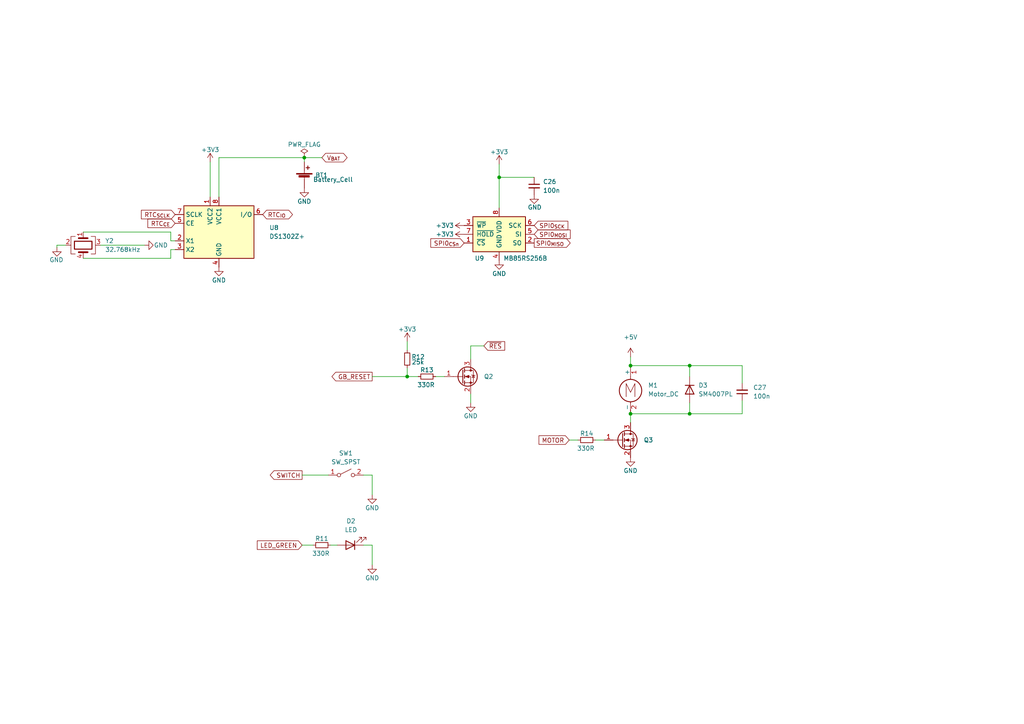
<source format=kicad_sch>
(kicad_sch (version 20210621) (generator eeschema)
  (paper "A4")
  (title_block (title "RP2040 Game Boy Cart") (date "2021-09-29") (rev "0.3a") (company "Mahyar Koshkouei") (comment 1 "All Rights Reserved") (comment 2 "Compatible with DMG, MGB, & CGB. Collectively referred to as \"GB\" here."))
  (lib_symbols
    (symbol "Device:Battery_Cell" (pin_numbers hide) (pin_names (offset 0) hide)
      (property "Reference" "BT" (at 2.54 2.54 0))
      (property "Value" "Battery_Cell" (at 2.54 0 0))
      (symbol "Battery_Cell_0_1"
        (rectangle (start -2.286 1.778) (end 2.286 1.524) (fill (type outline)))
        (rectangle (start -1.5748 1.1938) (end 1.4732 0.6858) (fill (type outline)))
        (polyline (pts (xy 0 0.762) (xy 0 0)))
        (polyline (pts (xy 0 1.778) (xy 0 2.54)))
        (polyline (pts (xy 0.508 3.429) (xy 1.524 3.429)) (stroke (width 0.254)))
        (polyline (pts (xy 1.016 3.937) (xy 1.016 2.921)) (stroke (width 0.254)))
      )
      (symbol "Battery_Cell_1_1"
        (pin passive line (at 0 5.08 270) (length 2.54) (name "+") (number "1"))
        (pin passive line (at 0 -2.54 90) (length 2.54) (name "-") (number "2"))
      )
    )
    (symbol "Device:C_Small" (pin_numbers hide) (pin_names (offset 0.254) hide)
      (property "Reference" "C" (at 0.254 1.778 0))
      (property "Value" "C_Small" (at 0.254 -2.032 0))
      (symbol "C_Small_0_1"
        (polyline (pts (xy -1.524 -0.508) (xy 1.524 -0.508)) (stroke (width 0.3302)))
        (polyline (pts (xy -1.524 0.508) (xy 1.524 0.508)) (stroke (width 0.3048)))
      )
      (symbol "C_Small_1_1"
        (pin passive line (at 0 2.54 270) (length 2.032) (name "~") (number "1"))
        (pin passive line (at 0 -2.54 90) (length 2.032) (name "~") (number "2"))
      )
    )
    (symbol "Device:Crystal_GND23" (pin_names (offset 1.016) hide)
      (property "Reference" "Y" (at 3.175 5.08 0))
      (property "Value" "Crystal_GND23" (at 3.175 3.175 0))
      (symbol "Crystal_GND23_0_1"
        (rectangle (start -1.143 2.54) (end 1.143 -2.54) (stroke (width 0.3048)))
        (polyline (pts (xy -2.54 0) (xy -2.032 0)))
        (polyline (pts (xy -2.032 -1.27) (xy -2.032 1.27)) (stroke (width 0.508)))
        (polyline (pts (xy 0 -3.81) (xy 0 -3.556)))
        (polyline (pts (xy 0 3.556) (xy 0 3.81)))
        (polyline (pts (xy 2.032 -1.27) (xy 2.032 1.27)) (stroke (width 0.508)))
        (polyline (pts (xy 2.032 0) (xy 2.54 0)))
        (polyline (pts (xy -2.54 -2.286) (xy -2.54 -3.556) (xy 2.54 -3.556) (xy 2.54 -2.286)))
        (polyline (pts (xy -2.54 2.286) (xy -2.54 3.556) (xy 2.54 3.556) (xy 2.54 2.286)))
      )
      (symbol "Crystal_GND23_1_1"
        (pin passive line (at -3.81 0 0) (length 1.27) (name "1") (number "1"))
        (pin passive line (at 0 5.08 270) (length 1.27) (name "2") (number "2"))
        (pin passive line (at 0 -5.08 90) (length 1.27) (name "3") (number "3"))
        (pin passive line (at 3.81 0 180) (length 1.27) (name "4") (number "4"))
      )
    )
    (symbol "Device:LED" (pin_numbers hide) (pin_names (offset 1.016) hide)
      (property "Reference" "D" (at 0 2.54 0))
      (property "Value" "LED" (at 0 -2.54 0))
      (symbol "LED_0_1"
        (polyline (pts (xy -1.27 -1.27) (xy -1.27 1.27)) (stroke (width 0.254)))
        (polyline (pts (xy -1.27 0) (xy 1.27 0)))
        (polyline (pts (xy 1.27 -1.27) (xy 1.27 1.27) (xy -1.27 0) (xy 1.27 -1.27)) (stroke (width 0.254)))
        (polyline (pts (xy -3.048 -0.762) (xy -4.572 -2.286) (xy -3.81 -2.286) (xy -4.572 -2.286) (xy -4.572 -1.524)))
        (polyline (pts (xy -1.778 -0.762) (xy -3.302 -2.286) (xy -2.54 -2.286) (xy -3.302 -2.286) (xy -3.302 -1.524)))
      )
      (symbol "LED_1_1"
        (pin passive line (at -3.81 0 0) (length 2.54) (name "K") (number "1"))
        (pin passive line (at 3.81 0 180) (length 2.54) (name "A") (number "2"))
      )
    )
    (symbol "Device:Q_NMOS_GSD" (pin_names (offset 0) hide)
      (property "Reference" "Q" (at 5.08 1.27 0))
      (property "Value" "Q_NMOS_GSD" (at 5.08 -1.27 0))
      (symbol "Q_NMOS_GSD_0_1"
        (circle (center 1.651 0) (radius 2.794) (stroke (width 0.254)))
        (circle (center 2.54 -1.778) (radius 0.254) (fill (type outline)))
        (circle (center 2.54 1.778) (radius 0.254) (fill (type outline)))
        (polyline (pts (xy 0.254 0) (xy -2.54 0)))
        (polyline (pts (xy 0.254 1.905) (xy 0.254 -1.905)) (stroke (width 0.254)))
        (polyline (pts (xy 0.762 -1.27) (xy 0.762 -2.286)) (stroke (width 0.254)))
        (polyline (pts (xy 0.762 0.508) (xy 0.762 -0.508)) (stroke (width 0.254)))
        (polyline (pts (xy 0.762 2.286) (xy 0.762 1.27)) (stroke (width 0.254)))
        (polyline (pts (xy 2.54 2.54) (xy 2.54 1.778)))
        (polyline (pts (xy 2.54 -2.54) (xy 2.54 0) (xy 0.762 0)))
        (polyline (pts (xy 0.762 -1.778) (xy 3.302 -1.778) (xy 3.302 1.778) (xy 0.762 1.778)))
        (polyline (pts (xy 2.794 0.508) (xy 2.921 0.381) (xy 3.683 0.381) (xy 3.81 0.254)))
        (polyline (pts (xy 3.302 0.381) (xy 2.921 -0.254) (xy 3.683 -0.254) (xy 3.302 0.381)))
        (polyline (pts (xy 1.016 0) (xy 2.032 0.381) (xy 2.032 -0.381) (xy 1.016 0)) (fill (type outline)))
      )
      (symbol "Q_NMOS_GSD_1_1"
        (pin input line (at -5.08 0 0) (length 2.54) (name "G") (number "1"))
        (pin passive line (at 2.54 -5.08 90) (length 2.54) (name "S") (number "2"))
        (pin passive line (at 2.54 5.08 270) (length 2.54) (name "D") (number "3"))
      )
    )
    (symbol "Device:R_Small" (pin_numbers hide) (pin_names (offset 0.254) hide)
      (property "Reference" "R" (at 0.762 0.508 0))
      (property "Value" "R_Small" (at 0.762 -1.016 0))
      (symbol "R_Small_0_1"
        (rectangle (start -0.762 1.778) (end 0.762 -1.778) (stroke (width 0.2032)))
      )
      (symbol "R_Small_1_1"
        (pin passive line (at 0 2.54 270) (length 0.762) (name "~") (number "1"))
        (pin passive line (at 0 -2.54 90) (length 0.762) (name "~") (number "2"))
      )
    )
    (symbol "Diode:1N4448W" (pin_numbers hide) (pin_names (offset 1.016) hide)
      (property "Reference" "D" (at 0 2.54 0))
      (property "Value" "1N4448W" (at 0 -2.54 0))
      (symbol "1N4448W_0_1"
        (polyline (pts (xy -1.27 1.27) (xy -1.27 -1.27)) (stroke (width 0.254)))
        (polyline (pts (xy 1.27 0) (xy -1.27 0)))
        (polyline (pts (xy 1.27 1.27) (xy 1.27 -1.27) (xy -1.27 0) (xy 1.27 1.27)) (stroke (width 0.254)))
      )
      (symbol "1N4448W_1_1"
        (pin passive line (at -3.81 0 0) (length 2.54) (name "K") (number "1"))
        (pin passive line (at 3.81 0 180) (length 2.54) (name "A") (number "2"))
      )
    )
    (symbol "Memory_NVRAM:MB85RS256B" (pin_names (offset 1.016))
      (property "Reference" "U" (at -7.62 6.35 0))
      (property "Value" "MB85RS256B" (at 1.27 6.35 0))
      (symbol "MB85RS256B_0_1"
        (rectangle (start -7.62 5.08) (end 7.62 -5.08) (stroke (width 0.254)) (fill (type background)))
      )
      (symbol "MB85RS256B_1_1"
        (pin input line (at -10.16 -2.54 0) (length 2.54) (name "~{CS}") (number "1"))
        (pin output line (at 10.16 -2.54 180) (length 2.54) (name "SO") (number "2"))
        (pin input line (at -10.16 2.54 0) (length 2.54) (name "~{WP}") (number "3"))
        (pin power_in line (at 0 -7.62 90) (length 2.54) (name "GND") (number "4"))
        (pin input line (at 10.16 0 180) (length 2.54) (name "SI") (number "5"))
        (pin input line (at 10.16 2.54 180) (length 2.54) (name "SCK") (number "6"))
        (pin input line (at -10.16 0 0) (length 2.54) (name "~{HOLD}") (number "7"))
        (pin power_in line (at 0 7.62 270) (length 2.54) (name "VDD") (number "8"))
      )
    )
    (symbol "Motor:Motor_DC" (pin_names (offset 0))
      (property "Reference" "M" (at 2.54 2.54 0))
      (property "Value" "Motor_DC" (at 2.54 -5.08 0))
      (symbol "Motor_DC_0_0"
        (polyline (pts (xy -1.27 -3.302) (xy -1.27 0.508) (xy 0 -2.032) (xy 1.27 0.508) (xy 1.27 -3.302)))
      )
      (symbol "Motor_DC_0_1"
        (circle (center 0 -1.524) (radius 3.2512) (stroke (width 0.254)))
        (polyline (pts (xy 0 -7.62) (xy 0 -7.112)))
        (polyline (pts (xy 0 -4.7752) (xy 0 -5.1816)))
        (polyline (pts (xy 0 1.7272) (xy 0 2.0828)))
        (polyline (pts (xy 0 2.032) (xy 0 2.54)))
      )
      (symbol "Motor_DC_1_1"
        (pin passive line (at 0 5.08 270) (length 2.54) (name "+") (number "1"))
        (pin passive line (at 0 -7.62 90) (length 2.54) (name "-") (number "2"))
      )
    )
    (symbol "SW_SPST_1" (pin_names (offset 0) hide)
      (property "Reference" "SW" (at 0 3.175 0))
      (property "Value" "SW_SPST_1" (at 0 -2.54 0))
      (symbol "SW_SPST_1_0_0"
        (circle (center -2.032 0) (radius 0.508))
        (circle (center 2.032 0) (radius 0.508))
        (polyline (pts (xy -1.524 0.254) (xy 1.524 1.778)))
      )
      (symbol "SW_SPST_1_1_1"
        (pin passive line (at -5.08 0 0) (length 2.54) (name "A") (number "1"))
        (pin passive line (at 5.08 0 180) (length 2.54) (name "B") (number "2"))
      )
    )
    (symbol "Timer_RTC:DS1302Z+"
      (property "Reference" "U" (at -8.89 8.89 0))
      (property "Value" "DS1302Z+" (at 6.35 8.89 0))
      (symbol "DS1302Z+_1_1"
        (rectangle (start -10.16 7.62) (end 10.16 -7.62) (stroke (width 0.254)) (fill (type background)))
        (pin power_in line (at -2.54 10.16 270) (length 2.54) (name "VCC2") (number "1"))
        (pin input line (at -12.7 -2.54 0) (length 2.54) (name "X1") (number "2"))
        (pin input line (at -12.7 -5.08 0) (length 2.54) (name "X2") (number "3"))
        (pin power_in line (at 0 -10.16 90) (length 2.54) (name "GND") (number "4"))
        (pin input line (at -12.7 2.54 0) (length 2.54) (name "CE") (number "5"))
        (pin bidirectional line (at 12.7 5.08 180) (length 2.54) (name "I/O") (number "6"))
        (pin input line (at -12.7 5.08 0) (length 2.54) (name "SCLK") (number "7"))
        (pin power_in line (at 0 10.16 270) (length 2.54) (name "VCC1") (number "8"))
      )
    )
    (symbol "power:+3V3" (power) (pin_names (offset 0))
      (property "Value" "+3V3" (at 0 3.556 0))
      (symbol "+3V3_0_1"
        (polyline (pts (xy -0.762 1.27) (xy 0 2.54)))
        (polyline (pts (xy 0 0) (xy 0 2.54)))
        (polyline (pts (xy 0 2.54) (xy 0.762 1.27)))
      )
      (symbol "+3V3_1_1"
        (pin power_in line (at 0 0 90) (length 0) hide (name "+3V3") (number "1"))
      )
    )
    (symbol "power:+5V" (power) (pin_names (offset 0))
      (property "Value" "+5V" (at 0 3.556 0))
      (symbol "+5V_0_1"
        (polyline (pts (xy -0.762 1.27) (xy 0 2.54)))
        (polyline (pts (xy 0 0) (xy 0 2.54)))
        (polyline (pts (xy 0 2.54) (xy 0.762 1.27)))
      )
      (symbol "+5V_1_1"
        (pin power_in line (at 0 0 90) (length 0) hide (name "+5V") (number "1"))
      )
    )
    (symbol "power:GND" (power) (pin_names (offset 0))
      (property "Value" "GND" (at 0 -3.81 0))
      (symbol "GND_0_1"
        (polyline (pts (xy 0 0) (xy 0 -1.27) (xy 1.27 -1.27) (xy 0 -2.54) (xy -1.27 -1.27) (xy 0 -1.27)))
      )
      (symbol "GND_1_1"
        (pin power_in line (at 0 0 270) (length 0) hide (name "GND") (number "1"))
      )
    )
    (symbol "power:PWR_FLAG" (power) (pin_numbers hide) (pin_names (offset 0) hide)
      (property "Value" "PWR_FLAG" (at 0 3.81 0))
      (symbol "PWR_FLAG_0_0"
        (pin power_out line (at 0 0 90) (length 0) (name "pwr") (number "1"))
      )
      (symbol "PWR_FLAG_0_1"
        (polyline (pts (xy 0 0) (xy 0 1.27) (xy -1.016 1.905) (xy 0 2.54) (xy 1.016 1.905) (xy 0 1.27)))
      )
    )
  )
  (junction (at 88.265 45.72) (diameter 0.9144))
  (junction (at 118.11 109.22) (diameter 0.9144))
  (junction (at 144.78 51.435))
  (junction (at 182.88 106.045))
  (junction (at 182.88 120.015))
  (junction (at 200.025 106.045))
  (junction (at 200.025 120.015))
  (wire (pts (xy 16.51 71.12) (xy 19.05 71.12)))
  (wire (pts (xy 16.51 71.755) (xy 16.51 71.12)))
  (wire (pts (xy 29.21 71.12) (xy 41.91 71.12)))
  (wire (pts (xy 49.53 67.31) (xy 24.13 67.31)))
  (wire (pts (xy 49.53 67.31) (xy 49.53 69.85)))
  (wire (pts (xy 49.53 72.39) (xy 49.53 74.93)))
  (wire (pts (xy 49.53 74.93) (xy 24.13 74.93)))
  (wire (pts (xy 50.8 69.85) (xy 49.53 69.85)))
  (wire (pts (xy 50.8 72.39) (xy 49.53 72.39)))
  (wire (pts (xy 60.96 46.99) (xy 60.96 57.15)))
  (wire (pts (xy 63.5 45.72) (xy 88.265 45.72)))
  (wire (pts (xy 63.5 57.15) (xy 63.5 45.72)))
  (wire (pts (xy 87.63 137.795) (xy 95.25 137.795)))
  (wire (pts (xy 87.63 158.115) (xy 90.805 158.115)))
  (wire (pts (xy 88.265 45.72) (xy 93.345 45.72)))
  (wire (pts (xy 88.265 46.99) (xy 88.265 45.72)))
  (wire (pts (xy 95.885 158.115) (xy 97.79 158.115)))
  (wire (pts (xy 105.41 137.795) (xy 107.95 137.795)))
  (wire (pts (xy 105.41 158.115) (xy 107.95 158.115)))
  (wire (pts (xy 107.95 109.22) (xy 118.11 109.22)))
  (wire (pts (xy 107.95 137.795) (xy 107.95 143.51)))
  (wire (pts (xy 107.95 158.115) (xy 107.95 163.83)))
  (wire (pts (xy 118.11 99.06) (xy 118.11 101.6)))
  (wire (pts (xy 118.11 106.68) (xy 118.11 109.22)))
  (wire (pts (xy 118.11 109.22) (xy 121.285 109.22)))
  (wire (pts (xy 126.365 109.22) (xy 128.905 109.22)))
  (wire (pts (xy 136.525 100.33) (xy 140.335 100.33)))
  (wire (pts (xy 136.525 104.14) (xy 136.525 100.33)))
  (wire (pts (xy 136.525 114.3) (xy 136.525 116.84)))
  (wire (pts (xy 144.78 47.625) (xy 144.78 51.435)))
  (wire (pts (xy 144.78 51.435) (xy 144.78 60.325)))
  (wire (pts (xy 144.78 51.435) (xy 154.94 51.435)))
  (wire (pts (xy 165.1 127.635) (xy 167.64 127.635)))
  (wire (pts (xy 172.72 127.635) (xy 175.26 127.635)))
  (wire (pts (xy 182.88 103.505) (xy 182.88 106.045)))
  (wire (pts (xy 182.88 106.045) (xy 182.88 106.68)))
  (wire (pts (xy 182.88 119.38) (xy 182.88 120.015)))
  (wire (pts (xy 182.88 120.015) (xy 182.88 122.555)))
  (wire (pts (xy 200.025 106.045) (xy 182.88 106.045)))
  (wire (pts (xy 200.025 109.22) (xy 200.025 106.045)))
  (wire (pts (xy 200.025 116.84) (xy 200.025 120.015)))
  (wire (pts (xy 200.025 120.015) (xy 182.88 120.015)))
  (wire (pts (xy 215.265 106.045) (xy 200.025 106.045)))
  (wire (pts (xy 215.265 111.125) (xy 215.265 106.045)))
  (wire (pts (xy 215.265 116.205) (xy 215.265 120.015)))
  (wire (pts (xy 215.265 120.015) (xy 200.025 120.015)))
  (global_label "RTC_{SCLK}" (shape input) (at 50.8 62.23 180) (property "Intersheet References" "${INTERSHEET_REFS}" (effects hide)))
  (global_label "RTC_{CE}" (shape input) (at 50.8 64.77 180) (property "Intersheet References" "${INTERSHEET_REFS}" (effects hide)))
  (global_label "RTC_{IO}" (shape bidirectional) (at 76.2 62.23 0) (property "Intersheet References" "${INTERSHEET_REFS}" (effects hide)))
  (global_label "SWITCH" (shape output) (at 87.63 137.795 180) (property "Intersheet References" "${INTERSHEET_REFS}" (effects hide)))
  (global_label "LED_GREEN" (shape input) (at 87.63 158.115 180) (property "Intersheet References" "${INTERSHEET_REFS}" (effects hide)))
  (global_label "V_{BAT}" (shape bidirectional) (at 93.345 45.72 0) (property "Intersheet References" "${INTERSHEET_REFS}" (effects hide)))
  (global_label "GB_RESET" (shape output) (at 107.95 109.22 180) (property "Intersheet References" "${INTERSHEET_REFS}" (effects hide)))
  (global_label "SPI0_{CSn}" (shape input) (at 134.62 70.485 180) (property "Intersheet References" "${INTERSHEET_REFS}" (effects hide)))
  (global_label "~{RES}" (shape input) (at 140.335 100.33 0) (property "Intersheet References" "${INTERSHEET_REFS}" (effects hide)))
  (global_label "SPI0_{SCK}" (shape input) (at 154.94 65.405 0) (property "Intersheet References" "${INTERSHEET_REFS}" (effects hide)))
  (global_label "SPI0_{MOSI}" (shape input) (at 154.94 67.945 0) (property "Intersheet References" "${INTERSHEET_REFS}" (effects hide)))
  (global_label "SPI0_{MISO}" (shape output) (at 154.94 70.485 0) (property "Intersheet References" "${INTERSHEET_REFS}" (effects hide)))
  (global_label "MOTOR" (shape input) (at 165.1 127.635 180) (property "Intersheet References" "${INTERSHEET_REFS}" (effects hide)))
  (symbol (lib_id "power:+3V3") (at 60.96 46.99 0) (unit 1)
    (property "Reference" "#PWR035" (effects hide))
    (property "Value" "+3V3" (at 60.96 43.434 0))
  )
  (symbol (lib_id "power:+3V3") (at 118.11 99.06 0) (unit 1)
    (property "Reference" "#PWR071" (effects hide))
    (property "Value" "+3V3" (at 118.11 95.504 0))
  )
  (symbol (lib_id "power:+3V3") (at 134.62 65.405 90) (unit 1)
    (property "Reference" "#PWR072" (effects hide))
    (property "Value" "+3V3" (at 126.365 65.4049 90) (effects (justify right)))
  )
  (symbol (lib_id "power:+3V3") (at 134.62 67.945 90) (unit 1)
    (property "Reference" "#PWR073" (effects hide))
    (property "Value" "+3V3" (at 126.365 67.9449 90) (effects (justify right)))
  )
  (symbol (lib_id "power:+3V3") (at 144.78 47.625 0) (unit 1)
    (property "Reference" "#PWR075" (effects hide))
    (property "Value" "+3V3" (at 144.78 44.069 0))
  )
  (symbol (lib_id "power:+5V") (at 182.88 103.505 0) (unit 1)
    (property "Reference" "#PWR078" (effects hide))
    (property "Value" "+5V" (at 182.88 97.79 0))
  )
  (symbol (lib_id "power:PWR_FLAG") (at 88.265 45.72 0) (unit 1)
    (property "Reference" "#FLG05" (effects hide))
    (property "Value" "PWR_FLAG" (at 88.265 41.91 0))
  )
  (symbol (lib_id "power:GND") (at 16.51 71.755 0) (mirror y) (unit 1)
    (property "Reference" "#PWR080" (effects hide))
    (property "Value" "GND" (at 18.415 75.3744 0) (effects (justify left)))
  )
  (symbol (lib_id "power:GND") (at 41.91 71.12 90) (mirror x) (unit 1)
    (property "Reference" "#PWR081" (effects hide))
    (property "Value" "GND" (at 48.7044 71.12 90) (effects (justify left)))
  )
  (symbol (lib_id "power:GND") (at 63.5 77.47 0) (unit 1)
    (property "Reference" "#PWR067" (effects hide))
    (property "Value" "~" (at 63.5 81.28 0))
  )
  (symbol (lib_id "power:GND") (at 88.265 54.61 0) (unit 1)
    (property "Reference" "#PWR068" (effects hide))
    (property "Value" "~" (at 88.265 58.42 0))
  )
  (symbol (lib_id "power:GND") (at 107.95 143.51 0) (unit 1)
    (property "Reference" "#PWR069" (effects hide))
    (property "Value" "GND" (at 107.95 147.32 0))
  )
  (symbol (lib_id "power:GND") (at 107.95 163.83 0) (unit 1)
    (property "Reference" "#PWR070" (effects hide))
    (property "Value" "GND" (at 107.95 167.64 0))
  )
  (symbol (lib_id "power:GND") (at 136.525 116.84 0) (unit 1)
    (property "Reference" "#PWR074" (effects hide))
    (property "Value" "GND" (at 136.525 120.65 0))
  )
  (symbol (lib_id "power:GND") (at 144.78 75.565 0) (unit 1)
    (property "Reference" "#PWR076" (effects hide))
    (property "Value" "~" (at 144.78 79.375 0))
  )
  (symbol (lib_id "power:GND") (at 154.94 56.515 0) (unit 1)
    (property "Reference" "#PWR077" (effects hide))
    (property "Value" "GND" (at 153.035 60.1344 0) (effects (justify left)))
  )
  (symbol (lib_id "power:GND") (at 182.88 132.715 0) (unit 1)
    (property "Reference" "#PWR079" (effects hide))
    (property "Value" "GND" (at 182.88 136.525 0))
  )
  (symbol (lib_id "Device:R_Small") (at 93.345 158.115 90) (unit 1)
    (property "Reference" "R11" (at 93.345 156.21 90))
    (property "Value" "330R" (at 95.631 160.528 90) (effects (justify left)))
    (property "Footprint" "Resistor_SMD:R_0603_1608Metric" (effects hide))
    (property "LCSC" "C23138" (effects hide))
    (property "Notes" "Alternative manufacturer is acceptable" (effects hide))
    (property "Description" " ±1% 330Ω ±100ppm/℃ 0.1W 0603 Chip Resistor - Surface Mount ROHS " (effects hide))
    (property "MFr" "0603WAF3300T5E" (effects hide))
    (property "Manufacturer" "UNI-ROYAL(Uniroyal Elec) " (effects hide))
  )
  (symbol (lib_id "Device:R_Small") (at 118.11 104.14 180) (unit 1)
    (property "Reference" "R12" (at 121.285 103.505 0))
    (property "Value" "25k" (at 123.063 105.029 0) (effects (justify left)))
    (property "Footprint" "Resistor_SMD:R_0402_1005Metric" (effects hide))
    (property "LCSC" "C25900" (effects hide))
    (property "Notes" "Alternative manufacturer is acceptable" (effects hide))
    (property "Description" " 1/16W ±1% 4.7kΩ ±100ppm/℃ 0402 Chip Resistor - Surface Mount ROHS " (effects hide))
    (property "MFr" "0402WGF4701TCE" (effects hide))
    (property "Manufacturer" "UNI-ROYAL(Uniroyal Elec) " (effects hide))
  )
  (symbol (lib_id "Device:R_Small") (at 123.825 109.22 90) (unit 1)
    (property "Reference" "R13" (at 123.825 107.315 90))
    (property "Value" "330R" (at 126.111 111.633 90) (effects (justify left)))
    (property "Footprint" "Resistor_SMD:R_0603_1608Metric" (effects hide))
    (property "LCSC" "C23138" (effects hide))
    (property "Notes" "Alternative manufacturer is acceptable" (effects hide))
    (property "Description" " ±1% 330Ω ±100ppm/℃ 0.1W 0603 Chip Resistor - Surface Mount ROHS " (effects hide))
    (property "MFr" "0603WAF3300T5E" (effects hide))
    (property "Manufacturer" "UNI-ROYAL(Uniroyal Elec) " (effects hide))
  )
  (symbol (lib_id "Device:R_Small") (at 170.18 127.635 90) (unit 1)
    (property "Reference" "R14" (at 170.18 125.73 90))
    (property "Value" "330R" (at 172.466 130.048 90) (effects (justify left)))
    (property "Footprint" "Resistor_SMD:R_0603_1608Metric" (effects hide))
    (property "LCSC" "C23138" (effects hide))
    (property "Notes" "Alternative manufacturer is acceptable" (effects hide))
    (property "Description" " ±1% 330Ω ±100ppm/℃ 0.1W 0603 Chip Resistor - Surface Mount ROHS " (effects hide))
    (property "MFr" "0603WAF3300T5E" (effects hide))
    (property "Manufacturer" "UNI-ROYAL(Uniroyal Elec) " (effects hide))
  )
  (symbol (lib_id "Device:C_Small") (at 154.94 53.975 0) (unit 1)
    (property "Reference" "C26" (at 157.48 52.7049 0) (effects (justify left)))
    (property "Value" "100n" (at 157.48 55.2449 0) (effects (justify left)))
    (property "Footprint" "Capacitor_SMD:C_0402_1005Metric" (effects hide))
    (property "LCSC" "C1525" (effects hide))
    (property "MFr" "CL05B104KO5NNNC" (effects hide))
    (property "Manufacturer" "Samsung Electro-Mechanics " (effects hide))
    (property "Notes" "Alternative manufacturer is acceptable" (effects hide))
    (property "Description" " X7R 100nF ±10% 16V 0402 Multilayer Ceramic Capacitors MLCC - SMD/SMT ROHS " (effects hide))
  )
  (symbol (lib_id "Device:C_Small") (at 215.265 113.665 180) (unit 1)
    (property "Reference" "C27" (at 218.44 112.3949 0) (effects (justify right)))
    (property "Value" "100n" (at 218.44 114.9349 0) (effects (justify right)))
    (property "Footprint" "Capacitor_SMD:C_0402_1005Metric" (effects hide))
    (property "LCSC" "C1525" (effects hide))
    (property "MFr" "CL05B104KO5NNNC" (effects hide))
    (property "Manufacturer" "Samsung Electro-Mechanics " (effects hide))
    (property "Notes" "Alternative manufacturer is acceptable" (effects hide))
    (property "Description" " X7R 100nF ±10% 16V 0402 Multilayer Ceramic Capacitors MLCC - SMD/SMT ROHS " (effects hide))
  )
  (symbol (lib_id "Diode:1N4448W") (at 200.025 113.03 270) (unit 1)
    (property "Reference" "D3" (at 202.565 111.7599 90) (effects (justify left)))
    (property "Value" "SM4007PL" (at 202.565 114.2999 90) (effects (justify left)))
    (property "Footprint" "Diode_SMD:D_SOD-123F" (effects hide))
    (property "Datasheet" "https://www.vishay.com/docs/85722/1n4448w.pdf" (effects hide))
    (property "Description" "Diode" (effects hide))
    (property "LCSC" "C64898" (effects hide))
    (property "MFr" "SM4007PL" (effects hide))
  )
  (symbol (lib_name "SW_SPST_1") (lib_id "Switch:SW_SPST") (at 100.33 137.795 0) (unit 1)
    (property "Reference" "SW1" (at 100.33 131.445 0))
    (property "Value" "SW_SPST" (at 100.33 133.985 0))
    (property "Footprint" "Button_Switch_SMD:SW_SPST_TL3342" (effects hide))
    (property "Description" "5.1mm SPST 12V SMD Tactile Switch" (effects hide))
    (property "LCSC" "C318886" (effects hide))
    (property "MFr" "TS-1187A-C-G-B" (effects hide))
    (property "Manufacturer" "XKB Connectivity" (effects hide))
  )
  (symbol (lib_id "Device:LED") (at 101.6 158.115 180) (unit 1)
    (property "Reference" "D2" (at 101.7905 151.13 0))
    (property "Value" "LED" (at 101.7905 153.67 0))
    (property "Footprint" "LED_SMD:LED_0603_1608Metric" (effects hide))
    (property "LCSC" "C2286" (effects hide))
    (property "MFr" "KT-0603R" (effects hide))
  )
  (symbol (lib_id "Device:Battery_Cell") (at 88.265 52.07 0) (unit 1)
    (property "Reference" "BT1" (at 91.44 50.7999 0) (effects (justify left)))
    (property "Value" "Battery_Cell" (at 90.805 52.07 0) (effects (justify left)))
    (property "Footprint" "Project_Specific:MY-2032-11" (effects hide))
    (property "LCSC" "C964835" (effects hide))
    (property "MFr" "MY-2032-11" (effects hide))
    (property "Manufacturer" "MYOUNG" (effects hide))
    (property "Description" "CR2032 Battery holder" (effects hide))
  )
  (symbol (lib_id "Motor:Motor_DC") (at 182.88 111.76 0) (unit 1)
    (property "Reference" "M1" (at 187.96 111.7599 0) (effects (justify left)))
    (property "Value" "Motor_DC" (at 187.96 114.2999 0) (effects (justify left)))
    (property "Footprint" "Connector_PinHeader_1.27mm:PinHeader_1x02_P1.27mm_Vertical" (effects hide))
    (property "Notes" "Only footprint, no component." (effects hide))
  )
  (symbol (lib_id "Device:Crystal_GND23") (at 24.13 71.12 90) (mirror x) (unit 1)
    (property "Reference" "Y2" (at 30.48 69.8499 90) (effects (justify right)))
    (property "Value" "32.768kHz" (at 30.48 72.3899 90) (effects (justify right)))
    (property "Footprint" "Crystal:Crystal_SMD_Abracon_ABS25-4Pin_8.0x3.8mm" (effects hide))
    (property "Description" "6pF MC-306 Crystals ROHS" (effects hide))
    (property "LCSC" "C252402" (effects hide))
    (property "MFr" "6LC32768F06UC" (effects hide))
    (property "Manufacturer" "SJK(SHENZHEN CRYSTAL TECH)" (effects hide))
  )
  (symbol (lib_id "Device:Q_NMOS_GSD") (at 133.985 109.22 0) (unit 1)
    (property "Reference" "Q2" (at 140.335 109.2199 0) (effects (justify left)))
    (property "Value" "N-Channel" (effects hide))
    (property "Footprint" "Package_TO_SOT_SMD:SOT-23" (effects hide))
    (property "Datasheet" "https://fscdn.rohm.com/en/products/databook/datasheet/discrete/transistor/mosfet/ru1j002yn-e.pdf" (effects hide))
    (property "MFr" "2N7002" (effects hide))
    (property "LCSC" "C8545" (effects hide))
    (property "Description" " 2.5V 250uA 0.115A 60V N Channel 7.5Ω 500mA,10V 0.2W SOT-23(SOT-23-3) MOSFETs ROHS " (effects hide))
    (property "Manufacturer" "Changjiang Electronics Tech (CJ) " (effects hide))
    (property "Notes" "Alternative manufacturer is acceptable" (effects hide))
  )
  (symbol (lib_id "Device:Q_NMOS_GSD") (at 180.34 127.635 0) (unit 1)
    (property "Reference" "Q3" (at 186.69 127.6349 0) (effects (justify left)))
    (property "Value" "N-Channel" (effects hide))
    (property "Footprint" "Package_TO_SOT_SMD:SOT-23" (effects hide))
    (property "Datasheet" "https://fscdn.rohm.com/en/products/databook/datasheet/discrete/transistor/mosfet/ru1j002yn-e.pdf" (effects hide))
    (property "MFr" "2N7002" (effects hide))
    (property "LCSC" "C8545" (effects hide))
    (property "Description" " 2.5V 250uA 0.115A 60V N Channel 7.5Ω 500mA,10V 0.2W SOT-23(SOT-23-3) MOSFETs ROHS " (effects hide))
    (property "Manufacturer" "Changjiang Electronics Tech (CJ) " (effects hide))
    (property "Notes" "Alternative manufacturer is acceptable" (effects hide))
  )
  (symbol (lib_id "Memory_NVRAM:MB85RS256B") (at 144.78 67.945 0) (unit 1)
    (property "Reference" "U9" (at 139.065 74.93 0))
    (property "Value" "MB85RS256B" (at 152.4 74.93 0))
    (property "Footprint" "Package_SO:SOIC-8_3.9x4.9mm_P1.27mm" (effects hide))
    (property "Datasheet" "http://www.fujitsu.com/downloads/MICRO/fsa/pdf/products/memory/fram/MB85RS16-DS501-00014-6v0-E.pdf" (effects hide))
    (property "LCSC" "C8742" (effects hide))
    (property "MFr" "MB85RS256BPNF-G-JNERE1" (effects hide))
    (property "Manufacturer" "Fujitsu" (effects hide))
    (property "Notes" "Alternative: FM25W256-GTR" (effects hide))
    (property "Description" "256kb FRAM SPI" (effects hide))
  )
  (symbol (lib_id "Timer_RTC:DS1302Z+") (at 63.5 67.31 0) (unit 1)
    (property "Reference" "U8" (at 78.105 66.0399 0) (effects (justify left)))
    (property "Value" "DS1302Z+" (at 78.105 68.5799 0) (effects (justify left)))
    (property "Footprint" "Package_SO:SOIC-8_3.9x4.9mm_P1.27mm" (effects hide))
    (property "Datasheet" "https://datasheets.maximintegrated.com/en/ds/DS1302.pdf" (effects hide))
    (property "LCSC" "C265479" (effects hide))
    (property "MFr" "GN1302" (effects hide))
  )
)
</source>
